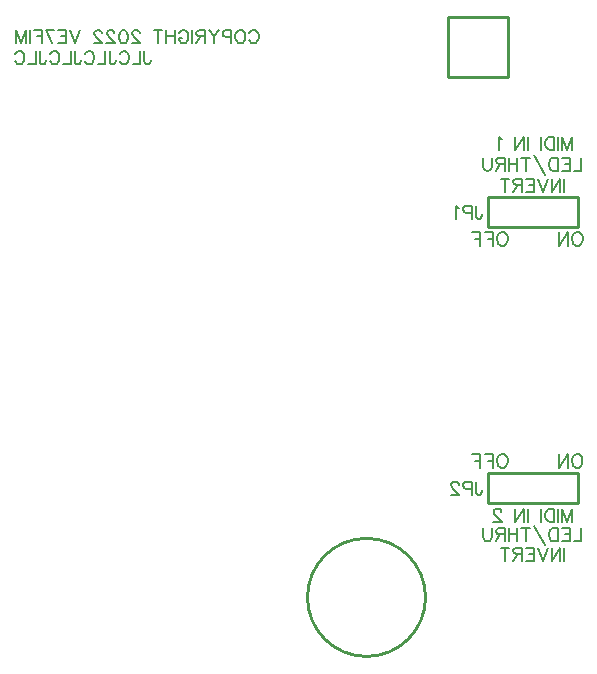
<source format=gbo>
G04 Layer: BottomSilkscreenLayer*
G04 Panelize: V-CUT, Column: 2, Row: 2, Board Size: 58.42mm x 58.42mm, Panelized Board Size: 118.84mm x 118.84mm*
G04 EasyEDA v6.5.32, 2023-07-30 20:55:49*
G04 df3d2865ddba4bfc9c966cc034514575,5a6b42c53f6a479593ecc07194224c93,10*
G04 Gerber Generator version 0.2*
G04 Scale: 100 percent, Rotated: No, Reflected: No *
G04 Dimensions in millimeters *
G04 leading zeros omitted , absolute positions ,4 integer and 5 decimal *
%FSLAX45Y45*%
%MOMM*%

%ADD10C,0.1520*%
%ADD11C,0.1524*%
%ADD12C,0.2540*%

%LPD*%
D10*
X1878444Y5423938D02*
G01*
X1878444Y5340812D01*
X1883641Y5325224D01*
X1888835Y5320029D01*
X1899226Y5314835D01*
X1909617Y5314835D01*
X1920008Y5320029D01*
X1925205Y5325224D01*
X1930400Y5340812D01*
X1930400Y5351203D01*
X1844154Y5423938D02*
G01*
X1844154Y5314835D01*
X1844154Y5314835D02*
G01*
X1781810Y5314835D01*
X1669587Y5397962D02*
G01*
X1674784Y5408353D01*
X1685175Y5418744D01*
X1695564Y5423938D01*
X1716346Y5423938D01*
X1726737Y5418744D01*
X1737128Y5408353D01*
X1742325Y5397962D01*
X1747520Y5382374D01*
X1747520Y5356397D01*
X1742325Y5340812D01*
X1737128Y5330421D01*
X1726737Y5320029D01*
X1716346Y5314835D01*
X1695564Y5314835D01*
X1685175Y5320029D01*
X1674784Y5330421D01*
X1669587Y5340812D01*
X1583344Y5423938D02*
G01*
X1583344Y5340812D01*
X1588538Y5325224D01*
X1593735Y5320029D01*
X1604124Y5314835D01*
X1614515Y5314835D01*
X1624906Y5320029D01*
X1630103Y5325224D01*
X1635297Y5340812D01*
X1635297Y5351203D01*
X1549054Y5423938D02*
G01*
X1549054Y5314835D01*
X1549054Y5314835D02*
G01*
X1486707Y5314835D01*
X1374485Y5397962D02*
G01*
X1379682Y5408353D01*
X1390073Y5418744D01*
X1400464Y5423938D01*
X1421244Y5423938D01*
X1431635Y5418744D01*
X1442026Y5408353D01*
X1447223Y5397962D01*
X1452417Y5382374D01*
X1452417Y5356397D01*
X1447223Y5340812D01*
X1442026Y5330421D01*
X1431635Y5320029D01*
X1421244Y5314835D01*
X1400464Y5314835D01*
X1390073Y5320029D01*
X1379682Y5330421D01*
X1374485Y5340812D01*
X1288242Y5423938D02*
G01*
X1288242Y5340812D01*
X1293436Y5325224D01*
X1298633Y5320029D01*
X1309024Y5314835D01*
X1319415Y5314835D01*
X1329804Y5320029D01*
X1335001Y5325224D01*
X1340195Y5340812D01*
X1340195Y5351203D01*
X1253952Y5423938D02*
G01*
X1253952Y5314835D01*
X1253952Y5314835D02*
G01*
X1191605Y5314835D01*
X1079385Y5397962D02*
G01*
X1084579Y5408353D01*
X1094971Y5418744D01*
X1105362Y5423938D01*
X1126144Y5423938D01*
X1136535Y5418744D01*
X1146924Y5408353D01*
X1152121Y5397962D01*
X1157315Y5382374D01*
X1157315Y5356397D01*
X1152121Y5340812D01*
X1146924Y5330421D01*
X1136535Y5320029D01*
X1126144Y5314835D01*
X1105362Y5314835D01*
X1094971Y5320029D01*
X1084579Y5330421D01*
X1079385Y5340812D01*
X993139Y5423938D02*
G01*
X993139Y5340812D01*
X998334Y5325224D01*
X1003531Y5320029D01*
X1013922Y5314835D01*
X1024313Y5314835D01*
X1034704Y5320029D01*
X1039898Y5325224D01*
X1045095Y5340812D01*
X1045095Y5351203D01*
X958850Y5423938D02*
G01*
X958850Y5314835D01*
X958850Y5314835D02*
G01*
X896505Y5314835D01*
X784283Y5397962D02*
G01*
X789477Y5408353D01*
X799868Y5418744D01*
X810260Y5423938D01*
X831042Y5423938D01*
X841433Y5418744D01*
X851824Y5408353D01*
X857018Y5397962D01*
X862215Y5382374D01*
X862215Y5356397D01*
X857018Y5340812D01*
X851824Y5330421D01*
X841433Y5320029D01*
X831042Y5314835D01*
X810260Y5314835D01*
X799868Y5320029D01*
X789477Y5330421D01*
X784283Y5340812D01*
D11*
X2766822Y5575807D02*
G01*
X2772156Y5586221D01*
X2782570Y5596636D01*
X2792729Y5601715D01*
X2813558Y5601715D01*
X2823972Y5596636D01*
X2834386Y5586221D01*
X2839720Y5575807D01*
X2844800Y5560060D01*
X2844800Y5534152D01*
X2839720Y5518657D01*
X2834386Y5508244D01*
X2823972Y5497829D01*
X2813558Y5492750D01*
X2792729Y5492750D01*
X2782570Y5497829D01*
X2772156Y5508244D01*
X2766822Y5518657D01*
X2701290Y5601715D02*
G01*
X2711704Y5596636D01*
X2722118Y5586221D01*
X2727452Y5575807D01*
X2732531Y5560060D01*
X2732531Y5534152D01*
X2727452Y5518657D01*
X2722118Y5508244D01*
X2711704Y5497829D01*
X2701290Y5492750D01*
X2680715Y5492750D01*
X2670302Y5497829D01*
X2659888Y5508244D01*
X2654554Y5518657D01*
X2649474Y5534152D01*
X2649474Y5560060D01*
X2654554Y5575807D01*
X2659888Y5586221D01*
X2670302Y5596636D01*
X2680715Y5601715D01*
X2701290Y5601715D01*
X2615184Y5601715D02*
G01*
X2615184Y5492750D01*
X2615184Y5601715D02*
G01*
X2568447Y5601715D01*
X2552700Y5596636D01*
X2547620Y5591302D01*
X2542540Y5580887D01*
X2542540Y5565394D01*
X2547620Y5554979D01*
X2552700Y5549900D01*
X2568447Y5544565D01*
X2615184Y5544565D01*
X2508250Y5601715D02*
G01*
X2466593Y5549900D01*
X2466593Y5492750D01*
X2424938Y5601715D02*
G01*
X2466593Y5549900D01*
X2390647Y5601715D02*
G01*
X2390647Y5492750D01*
X2390647Y5601715D02*
G01*
X2343911Y5601715D01*
X2328418Y5596636D01*
X2323084Y5591302D01*
X2318004Y5580887D01*
X2318004Y5570473D01*
X2323084Y5560060D01*
X2328418Y5554979D01*
X2343911Y5549900D01*
X2390647Y5549900D01*
X2354325Y5549900D02*
G01*
X2318004Y5492750D01*
X2283713Y5601715D02*
G01*
X2283713Y5492750D01*
X2171445Y5575807D02*
G01*
X2176779Y5586221D01*
X2186940Y5596636D01*
X2197354Y5601715D01*
X2218181Y5601715D01*
X2228595Y5596636D01*
X2239009Y5586221D01*
X2244090Y5575807D01*
X2249424Y5560060D01*
X2249424Y5534152D01*
X2244090Y5518657D01*
X2239009Y5508244D01*
X2228595Y5497829D01*
X2218181Y5492750D01*
X2197354Y5492750D01*
X2186940Y5497829D01*
X2176779Y5508244D01*
X2171445Y5518657D01*
X2171445Y5534152D01*
X2197354Y5534152D02*
G01*
X2171445Y5534152D01*
X2137156Y5601715D02*
G01*
X2137156Y5492750D01*
X2064511Y5601715D02*
G01*
X2064511Y5492750D01*
X2137156Y5549900D02*
G01*
X2064511Y5549900D01*
X1993900Y5601715D02*
G01*
X1993900Y5492750D01*
X2030222Y5601715D02*
G01*
X1957324Y5601715D01*
X1837944Y5575807D02*
G01*
X1837944Y5580887D01*
X1832610Y5591302D01*
X1827529Y5596636D01*
X1817115Y5601715D01*
X1796287Y5601715D01*
X1785873Y5596636D01*
X1780794Y5591302D01*
X1775460Y5580887D01*
X1775460Y5570473D01*
X1780794Y5560060D01*
X1791207Y5544565D01*
X1843023Y5492750D01*
X1770379Y5492750D01*
X1704847Y5601715D02*
G01*
X1720595Y5596636D01*
X1731010Y5580887D01*
X1736089Y5554979D01*
X1736089Y5539486D01*
X1731010Y5513323D01*
X1720595Y5497829D01*
X1704847Y5492750D01*
X1694434Y5492750D01*
X1678939Y5497829D01*
X1668526Y5513323D01*
X1663445Y5539486D01*
X1663445Y5554979D01*
X1668526Y5580887D01*
X1678939Y5596636D01*
X1694434Y5601715D01*
X1704847Y5601715D01*
X1623821Y5575807D02*
G01*
X1623821Y5580887D01*
X1618742Y5591302D01*
X1613407Y5596636D01*
X1602994Y5601715D01*
X1582420Y5601715D01*
X1572005Y5596636D01*
X1566671Y5591302D01*
X1561592Y5580887D01*
X1561592Y5570473D01*
X1566671Y5560060D01*
X1577086Y5544565D01*
X1629155Y5492750D01*
X1556257Y5492750D01*
X1516887Y5575807D02*
G01*
X1516887Y5580887D01*
X1511554Y5591302D01*
X1506473Y5596636D01*
X1496060Y5601715D01*
X1475231Y5601715D01*
X1464818Y5596636D01*
X1459737Y5591302D01*
X1454404Y5580887D01*
X1454404Y5570473D01*
X1459737Y5560060D01*
X1470152Y5544565D01*
X1521968Y5492750D01*
X1449323Y5492750D01*
X1335023Y5601715D02*
G01*
X1293368Y5492750D01*
X1251965Y5601715D02*
G01*
X1293368Y5492750D01*
X1217676Y5601715D02*
G01*
X1217676Y5492750D01*
X1217676Y5601715D02*
G01*
X1150112Y5601715D01*
X1217676Y5549900D02*
G01*
X1176020Y5549900D01*
X1217676Y5492750D02*
G01*
X1150112Y5492750D01*
X1042923Y5601715D02*
G01*
X1094994Y5492750D01*
X1115821Y5601715D02*
G01*
X1042923Y5601715D01*
X1008634Y5601715D02*
G01*
X1008634Y5492750D01*
X1008634Y5601715D02*
G01*
X941070Y5601715D01*
X1008634Y5549900D02*
G01*
X967231Y5549900D01*
X906779Y5601715D02*
G01*
X906779Y5492750D01*
X872489Y5601715D02*
G01*
X872489Y5492750D01*
X872489Y5601715D02*
G01*
X831087Y5492750D01*
X789431Y5601715D02*
G01*
X831087Y5492750D01*
X789431Y5601715D02*
G01*
X789431Y5492750D01*
X5499089Y1550436D02*
G01*
X5499089Y1441333D01*
X5499089Y1550436D02*
G01*
X5457525Y1441333D01*
X5415963Y1550436D02*
G01*
X5457525Y1441333D01*
X5415963Y1550436D02*
G01*
X5415963Y1441333D01*
X5381673Y1550436D02*
G01*
X5381673Y1441333D01*
X5347383Y1550436D02*
G01*
X5347383Y1441333D01*
X5347383Y1550436D02*
G01*
X5311015Y1550436D01*
X5295427Y1545242D01*
X5285036Y1534850D01*
X5279842Y1524459D01*
X5274645Y1508871D01*
X5274645Y1482895D01*
X5279842Y1467309D01*
X5285036Y1456918D01*
X5295427Y1446527D01*
X5311015Y1441333D01*
X5347383Y1441333D01*
X5240355Y1550436D02*
G01*
X5240355Y1441333D01*
X5126055Y1550436D02*
G01*
X5126055Y1441333D01*
X5091765Y1550436D02*
G01*
X5091765Y1441333D01*
X5091765Y1550436D02*
G01*
X5019029Y1441333D01*
X5019029Y1550436D02*
G01*
X5019029Y1441333D01*
X4899535Y1524459D02*
G01*
X4899535Y1529654D01*
X4894338Y1540045D01*
X4889144Y1545242D01*
X4878753Y1550436D01*
X4857970Y1550436D01*
X4847579Y1545242D01*
X4842385Y1540045D01*
X4837188Y1529654D01*
X4837188Y1519262D01*
X4842385Y1508871D01*
X4852774Y1493286D01*
X4904729Y1441333D01*
X4831994Y1441333D01*
X5575289Y1385349D02*
G01*
X5575289Y1276245D01*
X5575289Y1276245D02*
G01*
X5512945Y1276245D01*
X5478655Y1385349D02*
G01*
X5478655Y1276245D01*
X5478655Y1385349D02*
G01*
X5411114Y1385349D01*
X5478655Y1333395D02*
G01*
X5437090Y1333395D01*
X5478655Y1276245D02*
G01*
X5411114Y1276245D01*
X5376824Y1385349D02*
G01*
X5376824Y1276245D01*
X5376824Y1385349D02*
G01*
X5340454Y1385349D01*
X5324868Y1380154D01*
X5314477Y1369763D01*
X5309283Y1359372D01*
X5304086Y1343784D01*
X5304086Y1317807D01*
X5309283Y1302222D01*
X5314477Y1291831D01*
X5324868Y1281440D01*
X5340454Y1276245D01*
X5376824Y1276245D01*
X5176278Y1406131D02*
G01*
X5269796Y1239875D01*
X5105620Y1385349D02*
G01*
X5105620Y1276245D01*
X5141988Y1385349D02*
G01*
X5069253Y1385349D01*
X5034963Y1385349D02*
G01*
X5034963Y1276245D01*
X4962225Y1385349D02*
G01*
X4962225Y1276245D01*
X5034963Y1333395D02*
G01*
X4962225Y1333395D01*
X4927935Y1385349D02*
G01*
X4927935Y1276245D01*
X4927935Y1385349D02*
G01*
X4881176Y1385349D01*
X4865590Y1380154D01*
X4860394Y1374957D01*
X4855199Y1364566D01*
X4855199Y1354175D01*
X4860394Y1343784D01*
X4865590Y1338590D01*
X4881176Y1333395D01*
X4927935Y1333395D01*
X4891567Y1333395D02*
G01*
X4855199Y1276245D01*
X4820909Y1385349D02*
G01*
X4820909Y1307416D01*
X4815715Y1291831D01*
X4805324Y1281440D01*
X4789736Y1276245D01*
X4779345Y1276245D01*
X4763759Y1281440D01*
X4753368Y1291831D01*
X4748174Y1307416D01*
X4748174Y1385349D01*
X4920254Y2013384D02*
G01*
X4931163Y2007930D01*
X4942072Y1997021D01*
X4947528Y1986112D01*
X4952982Y1969749D01*
X4952982Y1942477D01*
X4947528Y1926112D01*
X4942072Y1915203D01*
X4931163Y1904293D01*
X4920254Y1898840D01*
X4898435Y1898840D01*
X4887528Y1904293D01*
X4876619Y1915203D01*
X4871163Y1926112D01*
X4865710Y1942477D01*
X4865710Y1969749D01*
X4871163Y1986112D01*
X4876619Y1997021D01*
X4887528Y2007930D01*
X4898435Y2013384D01*
X4920254Y2013384D01*
X4829710Y2013384D02*
G01*
X4829710Y1898840D01*
X4829710Y2013384D02*
G01*
X4758801Y2013384D01*
X4829710Y1958840D02*
G01*
X4786073Y1958840D01*
X4722799Y2013384D02*
G01*
X4722799Y1898840D01*
X4722799Y2013384D02*
G01*
X4651893Y2013384D01*
X4722799Y1958840D02*
G01*
X4679165Y1958840D01*
X5555251Y2013384D02*
G01*
X5566161Y2007930D01*
X5577070Y1997021D01*
X5582526Y1986112D01*
X5587979Y1969749D01*
X5587979Y1942477D01*
X5582526Y1926112D01*
X5577070Y1915203D01*
X5566161Y1904293D01*
X5555251Y1898840D01*
X5533433Y1898840D01*
X5522526Y1904293D01*
X5511617Y1915203D01*
X5506161Y1926112D01*
X5500707Y1942477D01*
X5500707Y1969749D01*
X5506161Y1986112D01*
X5511617Y1997021D01*
X5522526Y2007930D01*
X5533433Y2013384D01*
X5555251Y2013384D01*
X5464708Y2013384D02*
G01*
X5464708Y1898840D01*
X5464708Y2013384D02*
G01*
X5388343Y1898840D01*
X5388343Y2013384D02*
G01*
X5388343Y1898840D01*
X4685126Y1779033D02*
G01*
X4685126Y1695907D01*
X4690323Y1680319D01*
X4695517Y1675124D01*
X4705908Y1669930D01*
X4716299Y1669930D01*
X4726691Y1675124D01*
X4731887Y1680319D01*
X4737082Y1695907D01*
X4737082Y1706298D01*
X4650836Y1779033D02*
G01*
X4650836Y1669930D01*
X4650836Y1779033D02*
G01*
X4604077Y1779033D01*
X4588492Y1773839D01*
X4583297Y1768642D01*
X4578101Y1758251D01*
X4578101Y1742666D01*
X4583297Y1732274D01*
X4588492Y1727080D01*
X4604077Y1721883D01*
X4650836Y1721883D01*
X4538616Y1753057D02*
G01*
X4538616Y1758251D01*
X4533419Y1768642D01*
X4528225Y1773839D01*
X4517834Y1779033D01*
X4497052Y1779033D01*
X4486661Y1773839D01*
X4481466Y1768642D01*
X4476269Y1758251D01*
X4476269Y1747860D01*
X4481466Y1737469D01*
X4491857Y1721883D01*
X4543811Y1669930D01*
X4471075Y1669930D01*
X5435566Y1220208D02*
G01*
X5435566Y1111242D01*
X5401276Y1220208D02*
G01*
X5401276Y1111242D01*
X5401276Y1220208D02*
G01*
X5328632Y1111242D01*
X5328632Y1220208D02*
G01*
X5328632Y1111242D01*
X5294342Y1220208D02*
G01*
X5252686Y1111242D01*
X5211030Y1220208D02*
G01*
X5252686Y1111242D01*
X5176740Y1220208D02*
G01*
X5176740Y1111242D01*
X5176740Y1220208D02*
G01*
X5109430Y1220208D01*
X5176740Y1168392D02*
G01*
X5135338Y1168392D01*
X5176740Y1111242D02*
G01*
X5109430Y1111242D01*
X5075140Y1220208D02*
G01*
X5075140Y1111242D01*
X5075140Y1220208D02*
G01*
X5028150Y1220208D01*
X5012656Y1215128D01*
X5007576Y1209794D01*
X5002242Y1199380D01*
X5002242Y1188966D01*
X5007576Y1178552D01*
X5012656Y1173472D01*
X5028150Y1168392D01*
X5075140Y1168392D01*
X5038564Y1168392D02*
G01*
X5002242Y1111242D01*
X4931630Y1220208D02*
G01*
X4931630Y1111242D01*
X4967952Y1220208D02*
G01*
X4895308Y1220208D01*
X5499089Y4700028D02*
G01*
X5499089Y4590925D01*
X5499089Y4700028D02*
G01*
X5457525Y4590925D01*
X5415963Y4700028D02*
G01*
X5457525Y4590925D01*
X5415963Y4700028D02*
G01*
X5415963Y4590925D01*
X5381673Y4700028D02*
G01*
X5381673Y4590925D01*
X5347383Y4700028D02*
G01*
X5347383Y4590925D01*
X5347383Y4700028D02*
G01*
X5311015Y4700028D01*
X5295427Y4694834D01*
X5285036Y4684443D01*
X5279842Y4674052D01*
X5274645Y4658464D01*
X5274645Y4632487D01*
X5279842Y4616902D01*
X5285036Y4606510D01*
X5295427Y4596119D01*
X5311015Y4590925D01*
X5347383Y4590925D01*
X5240355Y4700028D02*
G01*
X5240355Y4590925D01*
X5126055Y4700028D02*
G01*
X5126055Y4590925D01*
X5091765Y4700028D02*
G01*
X5091765Y4590925D01*
X5091765Y4700028D02*
G01*
X5019029Y4590925D01*
X5019029Y4700028D02*
G01*
X5019029Y4590925D01*
X4904729Y4679246D02*
G01*
X4894338Y4684443D01*
X4878753Y4700028D01*
X4878753Y4590925D01*
X5575274Y4522213D02*
G01*
X5575274Y4413110D01*
X5575274Y4413110D02*
G01*
X5512930Y4413110D01*
X5478640Y4522213D02*
G01*
X5478640Y4413110D01*
X5478640Y4522213D02*
G01*
X5411099Y4522213D01*
X5478640Y4470260D02*
G01*
X5437075Y4470260D01*
X5478640Y4413110D02*
G01*
X5411099Y4413110D01*
X5376809Y4522213D02*
G01*
X5376809Y4413110D01*
X5376809Y4522213D02*
G01*
X5340438Y4522213D01*
X5324853Y4517019D01*
X5314462Y4506628D01*
X5309268Y4496236D01*
X5304071Y4480648D01*
X5304071Y4454672D01*
X5309268Y4439086D01*
X5314462Y4428695D01*
X5324853Y4418304D01*
X5340438Y4413110D01*
X5376809Y4413110D01*
X5176263Y4542995D02*
G01*
X5269781Y4376740D01*
X5105605Y4522213D02*
G01*
X5105605Y4413110D01*
X5141973Y4522213D02*
G01*
X5069238Y4522213D01*
X5034948Y4522213D02*
G01*
X5034948Y4413110D01*
X4962210Y4522213D02*
G01*
X4962210Y4413110D01*
X5034948Y4470260D02*
G01*
X4962210Y4470260D01*
X4927920Y4522213D02*
G01*
X4927920Y4413110D01*
X4927920Y4522213D02*
G01*
X4881161Y4522213D01*
X4865575Y4517019D01*
X4860378Y4511822D01*
X4855184Y4501431D01*
X4855184Y4491040D01*
X4860378Y4480648D01*
X4865575Y4475454D01*
X4881161Y4470260D01*
X4927920Y4470260D01*
X4891552Y4470260D02*
G01*
X4855184Y4413110D01*
X4820894Y4522213D02*
G01*
X4820894Y4444281D01*
X4815700Y4428695D01*
X4805309Y4418304D01*
X4789721Y4413110D01*
X4779330Y4413110D01*
X4763744Y4418304D01*
X4753353Y4428695D01*
X4748159Y4444281D01*
X4748159Y4522213D01*
X5435577Y4344398D02*
G01*
X5435577Y4235432D01*
X5401287Y4344398D02*
G01*
X5401287Y4235432D01*
X5401287Y4344398D02*
G01*
X5328643Y4235432D01*
X5328643Y4344398D02*
G01*
X5328643Y4235432D01*
X5294353Y4344398D02*
G01*
X5252697Y4235432D01*
X5211041Y4344398D02*
G01*
X5252697Y4235432D01*
X5176751Y4344398D02*
G01*
X5176751Y4235432D01*
X5176751Y4344398D02*
G01*
X5109441Y4344398D01*
X5176751Y4292582D02*
G01*
X5135349Y4292582D01*
X5176751Y4235432D02*
G01*
X5109441Y4235432D01*
X5075151Y4344398D02*
G01*
X5075151Y4235432D01*
X5075151Y4344398D02*
G01*
X5028161Y4344398D01*
X5012667Y4339318D01*
X5007587Y4333984D01*
X5002253Y4323570D01*
X5002253Y4313156D01*
X5007587Y4302742D01*
X5012667Y4297662D01*
X5028161Y4292582D01*
X5075151Y4292582D01*
X5038575Y4292582D02*
G01*
X5002253Y4235432D01*
X4931641Y4344398D02*
G01*
X4931641Y4235432D01*
X4967963Y4344398D02*
G01*
X4895319Y4344398D01*
X4685261Y4115803D02*
G01*
X4685261Y4032745D01*
X4690341Y4016997D01*
X4695421Y4011917D01*
X4705835Y4006837D01*
X4716249Y4006837D01*
X4726663Y4011917D01*
X4731997Y4016997D01*
X4737077Y4032745D01*
X4737077Y4043159D01*
X4650971Y4115803D02*
G01*
X4650971Y4006837D01*
X4650971Y4115803D02*
G01*
X4603981Y4115803D01*
X4588487Y4110723D01*
X4583407Y4105389D01*
X4578073Y4094975D01*
X4578073Y4079481D01*
X4583407Y4069067D01*
X4588487Y4063987D01*
X4603981Y4058653D01*
X4650971Y4058653D01*
X4543783Y4094975D02*
G01*
X4533369Y4100309D01*
X4517875Y4115803D01*
X4517875Y4006837D01*
X5555261Y3892974D02*
G01*
X5566171Y3887520D01*
X5577080Y3876611D01*
X5582536Y3865702D01*
X5587989Y3849339D01*
X5587989Y3822067D01*
X5582536Y3805702D01*
X5577080Y3794793D01*
X5566171Y3783883D01*
X5555261Y3778430D01*
X5533443Y3778430D01*
X5522536Y3783883D01*
X5511627Y3794793D01*
X5506171Y3805702D01*
X5500717Y3822067D01*
X5500717Y3849339D01*
X5506171Y3865702D01*
X5511627Y3876611D01*
X5522536Y3887520D01*
X5533443Y3892974D01*
X5555261Y3892974D01*
X5464718Y3892974D02*
G01*
X5464718Y3778430D01*
X5464718Y3892974D02*
G01*
X5388353Y3778430D01*
X5388353Y3892974D02*
G01*
X5388353Y3778430D01*
X4920264Y3892974D02*
G01*
X4931173Y3887520D01*
X4942083Y3876611D01*
X4947538Y3865702D01*
X4952992Y3849339D01*
X4952992Y3822067D01*
X4947538Y3805702D01*
X4942083Y3794793D01*
X4931173Y3783883D01*
X4920264Y3778430D01*
X4898445Y3778430D01*
X4887539Y3783883D01*
X4876629Y3794793D01*
X4871173Y3805702D01*
X4865720Y3822067D01*
X4865720Y3849339D01*
X4871173Y3865702D01*
X4876629Y3876611D01*
X4887539Y3887520D01*
X4898445Y3892974D01*
X4920264Y3892974D01*
X4829721Y3892974D02*
G01*
X4829721Y3778430D01*
X4829721Y3892974D02*
G01*
X4758811Y3892974D01*
X4829721Y3838430D02*
G01*
X4786083Y3838430D01*
X4722809Y3892974D02*
G01*
X4722809Y3778430D01*
X4722809Y3892974D02*
G01*
X4651903Y3892974D01*
X4722809Y3838430D02*
G01*
X4679175Y3838430D01*
D12*
X4787849Y3936987D02*
G01*
X4787849Y4190987D01*
X5549849Y4190987D01*
X5549849Y3936987D01*
X4787849Y3936987D01*
X4787874Y1600200D02*
G01*
X4787874Y1854200D01*
X5549874Y1854200D01*
X5549874Y1600200D01*
X4787874Y1600200D01*
G75*
G01
X4259199Y800100D02*
G03X4259199Y800100I-499999J0D01*
X4445000Y5715000D02*
G01*
X4953000Y5715000D01*
X4953000Y5207000D01*
X4445000Y5207000D01*
X4445000Y5715000D01*
M02*

</source>
